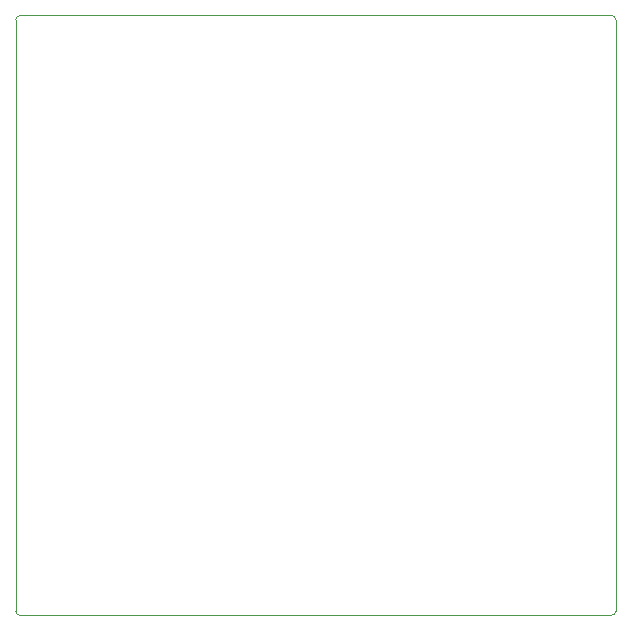
<source format=gm1>
G04 #@! TF.GenerationSoftware,KiCad,Pcbnew,(6.0.0)*
G04 #@! TF.CreationDate,2022-05-20T23:18:51+02:00*
G04 #@! TF.ProjectId,STM32F103_uC_v1,53544d33-3246-4313-9033-5f75435f7631,rev?*
G04 #@! TF.SameCoordinates,Original*
G04 #@! TF.FileFunction,Profile,NP*
%FSLAX46Y46*%
G04 Gerber Fmt 4.6, Leading zero omitted, Abs format (unit mm)*
G04 Created by KiCad (PCBNEW (6.0.0)) date 2022-05-20 23:18:51*
%MOMM*%
%LPD*%
G01*
G04 APERTURE LIST*
G04 #@! TA.AperFunction,Profile*
%ADD10C,0.100000*%
G04 #@! TD*
G04 APERTURE END LIST*
D10*
X156210000Y-67691000D02*
X156200000Y-117729000D01*
X156591000Y-67310000D02*
G75*
G03*
X156210000Y-67691000I-1J-380999D01*
G01*
X156581000Y-118110000D02*
X206629000Y-118110000D01*
X206629000Y-67310000D02*
X156591000Y-67310000D01*
X207010000Y-117729000D02*
X207010000Y-67691000D01*
X207010000Y-67691000D02*
G75*
G03*
X206629000Y-67310000I-380999J1D01*
G01*
X206629000Y-118110000D02*
G75*
G03*
X207010000Y-117729000I1J380999D01*
G01*
X156200000Y-117729000D02*
G75*
G03*
X156581000Y-118110000I380999J-1D01*
G01*
M02*

</source>
